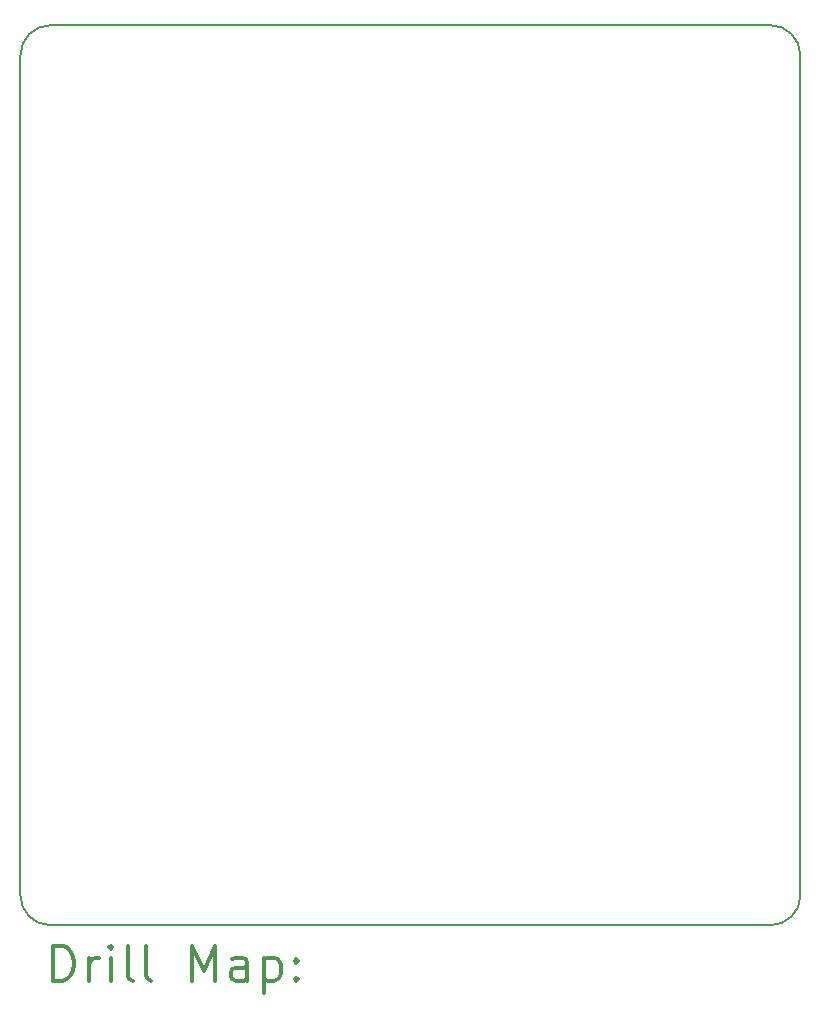
<source format=gbr>
%FSLAX45Y45*%
G04 Gerber Fmt 4.5, Leading zero omitted, Abs format (unit mm)*
G04 Created by KiCad (PCBNEW (5.0.0)) date 10/20/18 16:06:57*
%MOMM*%
%LPD*%
G01*
G04 APERTURE LIST*
%ADD10C,0.150000*%
%ADD11C,0.200000*%
%ADD12C,0.300000*%
G04 APERTURE END LIST*
D10*
X16002000Y-15494000D02*
X16002000Y-8382000D01*
X9652000Y-15748000D02*
X15748000Y-15748000D01*
X9398000Y-8382000D02*
X9398000Y-15494000D01*
X15748000Y-8128000D02*
X9652000Y-8128000D01*
X9652000Y-15748000D02*
G75*
G02X9398000Y-15494000I0J254000D01*
G01*
X9398000Y-8382000D02*
G75*
G02X9652000Y-8128000I254000J0D01*
G01*
X15748000Y-8128000D02*
G75*
G02X16002000Y-8382000I0J-254000D01*
G01*
X16002000Y-15494000D02*
G75*
G02X15748000Y-15748000I-254000J0D01*
G01*
D11*
D12*
X9676928Y-16221214D02*
X9676928Y-15921214D01*
X9748357Y-15921214D01*
X9791214Y-15935500D01*
X9819786Y-15964071D01*
X9834071Y-15992643D01*
X9848357Y-16049786D01*
X9848357Y-16092643D01*
X9834071Y-16149786D01*
X9819786Y-16178357D01*
X9791214Y-16206929D01*
X9748357Y-16221214D01*
X9676928Y-16221214D01*
X9976928Y-16221214D02*
X9976928Y-16021214D01*
X9976928Y-16078357D02*
X9991214Y-16049786D01*
X10005500Y-16035500D01*
X10034071Y-16021214D01*
X10062643Y-16021214D01*
X10162643Y-16221214D02*
X10162643Y-16021214D01*
X10162643Y-15921214D02*
X10148357Y-15935500D01*
X10162643Y-15949786D01*
X10176928Y-15935500D01*
X10162643Y-15921214D01*
X10162643Y-15949786D01*
X10348357Y-16221214D02*
X10319786Y-16206929D01*
X10305500Y-16178357D01*
X10305500Y-15921214D01*
X10505500Y-16221214D02*
X10476928Y-16206929D01*
X10462643Y-16178357D01*
X10462643Y-15921214D01*
X10848357Y-16221214D02*
X10848357Y-15921214D01*
X10948357Y-16135500D01*
X11048357Y-15921214D01*
X11048357Y-16221214D01*
X11319786Y-16221214D02*
X11319786Y-16064071D01*
X11305500Y-16035500D01*
X11276928Y-16021214D01*
X11219786Y-16021214D01*
X11191214Y-16035500D01*
X11319786Y-16206929D02*
X11291214Y-16221214D01*
X11219786Y-16221214D01*
X11191214Y-16206929D01*
X11176928Y-16178357D01*
X11176928Y-16149786D01*
X11191214Y-16121214D01*
X11219786Y-16106929D01*
X11291214Y-16106929D01*
X11319786Y-16092643D01*
X11462643Y-16021214D02*
X11462643Y-16321214D01*
X11462643Y-16035500D02*
X11491214Y-16021214D01*
X11548357Y-16021214D01*
X11576928Y-16035500D01*
X11591214Y-16049786D01*
X11605500Y-16078357D01*
X11605500Y-16164071D01*
X11591214Y-16192643D01*
X11576928Y-16206929D01*
X11548357Y-16221214D01*
X11491214Y-16221214D01*
X11462643Y-16206929D01*
X11734071Y-16192643D02*
X11748357Y-16206929D01*
X11734071Y-16221214D01*
X11719786Y-16206929D01*
X11734071Y-16192643D01*
X11734071Y-16221214D01*
X11734071Y-16035500D02*
X11748357Y-16049786D01*
X11734071Y-16064071D01*
X11719786Y-16049786D01*
X11734071Y-16035500D01*
X11734071Y-16064071D01*
M02*

</source>
